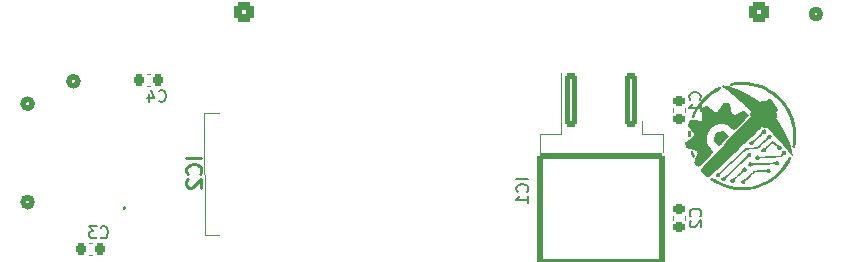
<source format=gbo>
%TF.GenerationSoftware,KiCad,Pcbnew,7.0.7*%
%TF.CreationDate,2023-11-07T21:15:51-05:00*%
%TF.ProjectId,DriveTrain,44726976-6554-4726-9169-6e2e6b696361,rev?*%
%TF.SameCoordinates,Original*%
%TF.FileFunction,Legend,Bot*%
%TF.FilePolarity,Positive*%
%FSLAX46Y46*%
G04 Gerber Fmt 4.6, Leading zero omitted, Abs format (unit mm)*
G04 Created by KiCad (PCBNEW 7.0.7) date 2023-11-07 21:15:51*
%MOMM*%
%LPD*%
G01*
G04 APERTURE LIST*
G04 Aperture macros list*
%AMRoundRect*
0 Rectangle with rounded corners*
0 $1 Rounding radius*
0 $2 $3 $4 $5 $6 $7 $8 $9 X,Y pos of 4 corners*
0 Add a 4 corners polygon primitive as box body*
4,1,4,$2,$3,$4,$5,$6,$7,$8,$9,$2,$3,0*
0 Add four circle primitives for the rounded corners*
1,1,$1+$1,$2,$3*
1,1,$1+$1,$4,$5*
1,1,$1+$1,$6,$7*
1,1,$1+$1,$8,$9*
0 Add four rect primitives between the rounded corners*
20,1,$1+$1,$2,$3,$4,$5,0*
20,1,$1+$1,$4,$5,$6,$7,0*
20,1,$1+$1,$6,$7,$8,$9,0*
20,1,$1+$1,$8,$9,$2,$3,0*%
G04 Aperture macros list end*
%ADD10C,0.150000*%
%ADD11C,0.254000*%
%ADD12C,0.508000*%
%ADD13C,0.120000*%
%ADD14C,0.100000*%
%ADD15C,0.200000*%
%ADD16R,1.400000X1.400000*%
%ADD17C,1.400000*%
%ADD18C,3.000000*%
%ADD19RoundRect,0.326336X-0.528664X-0.528664X0.528664X-0.528664X0.528664X0.528664X-0.528664X0.528664X0*%
%ADD20C,1.710000*%
%ADD21C,1.752600*%
%ADD22R,1.650000X1.650000*%
%ADD23C,1.650000*%
%ADD24C,4.300000*%
%ADD25RoundRect,0.225000X0.250000X-0.225000X0.250000X0.225000X-0.250000X0.225000X-0.250000X-0.225000X0*%
%ADD26RoundRect,0.225000X-0.225000X-0.250000X0.225000X-0.250000X0.225000X0.250000X-0.225000X0.250000X0*%
%ADD27RoundRect,0.250000X-0.300000X2.050000X-0.300000X-2.050000X0.300000X-2.050000X0.300000X2.050000X0*%
%ADD28RoundRect,0.250002X-5.149998X4.449998X-5.149998X-4.449998X5.149998X-4.449998X5.149998X4.449998X0*%
%ADD29R,3.500000X1.600000*%
%ADD30R,9.750000X12.200000*%
G04 APERTURE END LIST*
D10*
X193534580Y-46728333D02*
X193582200Y-46680714D01*
X193582200Y-46680714D02*
X193629819Y-46537857D01*
X193629819Y-46537857D02*
X193629819Y-46442619D01*
X193629819Y-46442619D02*
X193582200Y-46299762D01*
X193582200Y-46299762D02*
X193486961Y-46204524D01*
X193486961Y-46204524D02*
X193391723Y-46156905D01*
X193391723Y-46156905D02*
X193201247Y-46109286D01*
X193201247Y-46109286D02*
X193058390Y-46109286D01*
X193058390Y-46109286D02*
X192867914Y-46156905D01*
X192867914Y-46156905D02*
X192772676Y-46204524D01*
X192772676Y-46204524D02*
X192677438Y-46299762D01*
X192677438Y-46299762D02*
X192629819Y-46442619D01*
X192629819Y-46442619D02*
X192629819Y-46537857D01*
X192629819Y-46537857D02*
X192677438Y-46680714D01*
X192677438Y-46680714D02*
X192725057Y-46728333D01*
X193629819Y-47680714D02*
X193629819Y-47109286D01*
X193629819Y-47395000D02*
X192629819Y-47395000D01*
X192629819Y-47395000D02*
X192772676Y-47299762D01*
X192772676Y-47299762D02*
X192867914Y-47204524D01*
X192867914Y-47204524D02*
X192915533Y-47109286D01*
X147721666Y-46824580D02*
X147769285Y-46872200D01*
X147769285Y-46872200D02*
X147912142Y-46919819D01*
X147912142Y-46919819D02*
X148007380Y-46919819D01*
X148007380Y-46919819D02*
X148150237Y-46872200D01*
X148150237Y-46872200D02*
X148245475Y-46776961D01*
X148245475Y-46776961D02*
X148293094Y-46681723D01*
X148293094Y-46681723D02*
X148340713Y-46491247D01*
X148340713Y-46491247D02*
X148340713Y-46348390D01*
X148340713Y-46348390D02*
X148293094Y-46157914D01*
X148293094Y-46157914D02*
X148245475Y-46062676D01*
X148245475Y-46062676D02*
X148150237Y-45967438D01*
X148150237Y-45967438D02*
X148007380Y-45919819D01*
X148007380Y-45919819D02*
X147912142Y-45919819D01*
X147912142Y-45919819D02*
X147769285Y-45967438D01*
X147769285Y-45967438D02*
X147721666Y-46015057D01*
X146864523Y-46253152D02*
X146864523Y-46919819D01*
X147102618Y-45872200D02*
X147340713Y-46586485D01*
X147340713Y-46586485D02*
X146721666Y-46586485D01*
X193574580Y-56588333D02*
X193622200Y-56540714D01*
X193622200Y-56540714D02*
X193669819Y-56397857D01*
X193669819Y-56397857D02*
X193669819Y-56302619D01*
X193669819Y-56302619D02*
X193622200Y-56159762D01*
X193622200Y-56159762D02*
X193526961Y-56064524D01*
X193526961Y-56064524D02*
X193431723Y-56016905D01*
X193431723Y-56016905D02*
X193241247Y-55969286D01*
X193241247Y-55969286D02*
X193098390Y-55969286D01*
X193098390Y-55969286D02*
X192907914Y-56016905D01*
X192907914Y-56016905D02*
X192812676Y-56064524D01*
X192812676Y-56064524D02*
X192717438Y-56159762D01*
X192717438Y-56159762D02*
X192669819Y-56302619D01*
X192669819Y-56302619D02*
X192669819Y-56397857D01*
X192669819Y-56397857D02*
X192717438Y-56540714D01*
X192717438Y-56540714D02*
X192765057Y-56588333D01*
X192765057Y-56969286D02*
X192717438Y-57016905D01*
X192717438Y-57016905D02*
X192669819Y-57112143D01*
X192669819Y-57112143D02*
X192669819Y-57350238D01*
X192669819Y-57350238D02*
X192717438Y-57445476D01*
X192717438Y-57445476D02*
X192765057Y-57493095D01*
X192765057Y-57493095D02*
X192860295Y-57540714D01*
X192860295Y-57540714D02*
X192955533Y-57540714D01*
X192955533Y-57540714D02*
X193098390Y-57493095D01*
X193098390Y-57493095D02*
X193669819Y-56921667D01*
X193669819Y-56921667D02*
X193669819Y-57540714D01*
X142811666Y-58364580D02*
X142859285Y-58412200D01*
X142859285Y-58412200D02*
X143002142Y-58459819D01*
X143002142Y-58459819D02*
X143097380Y-58459819D01*
X143097380Y-58459819D02*
X143240237Y-58412200D01*
X143240237Y-58412200D02*
X143335475Y-58316961D01*
X143335475Y-58316961D02*
X143383094Y-58221723D01*
X143383094Y-58221723D02*
X143430713Y-58031247D01*
X143430713Y-58031247D02*
X143430713Y-57888390D01*
X143430713Y-57888390D02*
X143383094Y-57697914D01*
X143383094Y-57697914D02*
X143335475Y-57602676D01*
X143335475Y-57602676D02*
X143240237Y-57507438D01*
X143240237Y-57507438D02*
X143097380Y-57459819D01*
X143097380Y-57459819D02*
X143002142Y-57459819D01*
X143002142Y-57459819D02*
X142859285Y-57507438D01*
X142859285Y-57507438D02*
X142811666Y-57555057D01*
X142478332Y-57459819D02*
X141859285Y-57459819D01*
X141859285Y-57459819D02*
X142192618Y-57840771D01*
X142192618Y-57840771D02*
X142049761Y-57840771D01*
X142049761Y-57840771D02*
X141954523Y-57888390D01*
X141954523Y-57888390D02*
X141906904Y-57936009D01*
X141906904Y-57936009D02*
X141859285Y-58031247D01*
X141859285Y-58031247D02*
X141859285Y-58269342D01*
X141859285Y-58269342D02*
X141906904Y-58364580D01*
X141906904Y-58364580D02*
X141954523Y-58412200D01*
X141954523Y-58412200D02*
X142049761Y-58459819D01*
X142049761Y-58459819D02*
X142335475Y-58459819D01*
X142335475Y-58459819D02*
X142430713Y-58412200D01*
X142430713Y-58412200D02*
X142478332Y-58364580D01*
X179019819Y-53468810D02*
X178019819Y-53468810D01*
X178924580Y-54516428D02*
X178972200Y-54468809D01*
X178972200Y-54468809D02*
X179019819Y-54325952D01*
X179019819Y-54325952D02*
X179019819Y-54230714D01*
X179019819Y-54230714D02*
X178972200Y-54087857D01*
X178972200Y-54087857D02*
X178876961Y-53992619D01*
X178876961Y-53992619D02*
X178781723Y-53945000D01*
X178781723Y-53945000D02*
X178591247Y-53897381D01*
X178591247Y-53897381D02*
X178448390Y-53897381D01*
X178448390Y-53897381D02*
X178257914Y-53945000D01*
X178257914Y-53945000D02*
X178162676Y-53992619D01*
X178162676Y-53992619D02*
X178067438Y-54087857D01*
X178067438Y-54087857D02*
X178019819Y-54230714D01*
X178019819Y-54230714D02*
X178019819Y-54325952D01*
X178019819Y-54325952D02*
X178067438Y-54468809D01*
X178067438Y-54468809D02*
X178115057Y-54516428D01*
X179019819Y-55468809D02*
X179019819Y-54897381D01*
X179019819Y-55183095D02*
X178019819Y-55183095D01*
X178019819Y-55183095D02*
X178162676Y-55087857D01*
X178162676Y-55087857D02*
X178257914Y-54992619D01*
X178257914Y-54992619D02*
X178305533Y-54897381D01*
D11*
X151342318Y-51660237D02*
X150072318Y-51660237D01*
X151221365Y-52990714D02*
X151281842Y-52930238D01*
X151281842Y-52930238D02*
X151342318Y-52748809D01*
X151342318Y-52748809D02*
X151342318Y-52627857D01*
X151342318Y-52627857D02*
X151281842Y-52446428D01*
X151281842Y-52446428D02*
X151160889Y-52325476D01*
X151160889Y-52325476D02*
X151039937Y-52264999D01*
X151039937Y-52264999D02*
X150798032Y-52204523D01*
X150798032Y-52204523D02*
X150616603Y-52204523D01*
X150616603Y-52204523D02*
X150374699Y-52264999D01*
X150374699Y-52264999D02*
X150253746Y-52325476D01*
X150253746Y-52325476D02*
X150132794Y-52446428D01*
X150132794Y-52446428D02*
X150072318Y-52627857D01*
X150072318Y-52627857D02*
X150072318Y-52748809D01*
X150072318Y-52748809D02*
X150132794Y-52930238D01*
X150132794Y-52930238D02*
X150193270Y-52990714D01*
X150193270Y-53474523D02*
X150132794Y-53534999D01*
X150132794Y-53534999D02*
X150072318Y-53655952D01*
X150072318Y-53655952D02*
X150072318Y-53958333D01*
X150072318Y-53958333D02*
X150132794Y-54079285D01*
X150132794Y-54079285D02*
X150193270Y-54139761D01*
X150193270Y-54139761D02*
X150314222Y-54200238D01*
X150314222Y-54200238D02*
X150435175Y-54200238D01*
X150435175Y-54200238D02*
X150616603Y-54139761D01*
X150616603Y-54139761D02*
X151342318Y-53414047D01*
X151342318Y-53414047D02*
X151342318Y-54200238D01*
D12*
%TO.C,J7*%
X137007200Y-55400000D02*
G75*
G03*
X137007200Y-55400000I-381000J0D01*
G01*
%TO.C,J6*%
X137007200Y-47070199D02*
G75*
G03*
X137007200Y-47070199I-381000J0D01*
G01*
%TO.C,J4*%
X140881000Y-45173800D02*
G75*
G03*
X140881000Y-45173800I-381000J0D01*
G01*
%TO.C,J5*%
X203751199Y-39473800D02*
G75*
G03*
X203751199Y-39473800I-381000J0D01*
G01*
D13*
%TO.C,C1*%
X191235000Y-47735580D02*
X191235000Y-47454420D01*
X192255000Y-47735580D02*
X192255000Y-47454420D01*
%TO.C,C4*%
X146714420Y-44525000D02*
X146995580Y-44525000D01*
X146714420Y-45545000D02*
X146995580Y-45545000D01*
%TO.C,G\u002A\u002A\u002A*%
G36*
X192915187Y-51063916D02*
G01*
X192963562Y-51095000D01*
X192978865Y-51120020D01*
X193005576Y-51178445D01*
X193036264Y-51255834D01*
X193066989Y-51341133D01*
X193093814Y-51423289D01*
X193112797Y-51491248D01*
X193120000Y-51533956D01*
X193114538Y-51563675D01*
X193088572Y-51608571D01*
X193052200Y-51629648D01*
X192998278Y-51640000D01*
X192982176Y-51639221D01*
X192937814Y-51621989D01*
X192899773Y-51575000D01*
X192876680Y-51530198D01*
X192845624Y-51456283D01*
X192814322Y-51370939D01*
X192786880Y-51286168D01*
X192767405Y-51213974D01*
X192760000Y-51166360D01*
X192768966Y-51126199D01*
X192805372Y-51083903D01*
X192858285Y-51061680D01*
X192915187Y-51063916D01*
G37*
G36*
X192704340Y-49368570D02*
G01*
X192756909Y-49410612D01*
X192770855Y-49430350D01*
X192783739Y-49460314D01*
X192789769Y-49501480D01*
X192790070Y-49563396D01*
X192785768Y-49655612D01*
X192785766Y-49655663D01*
X192776320Y-49768745D01*
X192762645Y-49844395D01*
X192744308Y-49885000D01*
X192743331Y-49886101D01*
X192693335Y-49914958D01*
X192632194Y-49915287D01*
X192576575Y-49886900D01*
X192569675Y-49879998D01*
X192554635Y-49854992D01*
X192545590Y-49815607D01*
X192541169Y-49753317D01*
X192540000Y-49659597D01*
X192540189Y-49614957D01*
X192542654Y-49534864D01*
X192549270Y-49480909D01*
X192561661Y-49443413D01*
X192581452Y-49412697D01*
X192592797Y-49399570D01*
X192647427Y-49364916D01*
X192704340Y-49368570D01*
G37*
G36*
X195299753Y-45655729D02*
G01*
X195331917Y-45690118D01*
X195338366Y-45700689D01*
X195354321Y-45757204D01*
X195334935Y-45810746D01*
X195278720Y-45863612D01*
X195184186Y-45918101D01*
X194957844Y-46038981D01*
X194631528Y-46249098D01*
X194322025Y-46491556D01*
X194032814Y-46762691D01*
X193767376Y-47058840D01*
X193529190Y-47376342D01*
X193321737Y-47711532D01*
X193148496Y-48060749D01*
X193114676Y-48135131D01*
X193076977Y-48211102D01*
X193045493Y-48267249D01*
X193024753Y-48295000D01*
X193012299Y-48303304D01*
X192954954Y-48317013D01*
X192899106Y-48300547D01*
X192856781Y-48259995D01*
X192840000Y-48201445D01*
X192845155Y-48169613D01*
X192866472Y-48101736D01*
X192901384Y-48011518D01*
X192946713Y-47906261D01*
X192999280Y-47793269D01*
X193055907Y-47679843D01*
X193113414Y-47573287D01*
X193123352Y-47555780D01*
X193354941Y-47188762D01*
X193615462Y-46849220D01*
X193905173Y-46536897D01*
X194224334Y-46251539D01*
X194573203Y-45992891D01*
X194952038Y-45760697D01*
X195021773Y-45722880D01*
X195123381Y-45673581D01*
X195200342Y-45646558D01*
X195257513Y-45640908D01*
X195299753Y-45655729D01*
G37*
G36*
X195548968Y-49372636D02*
G01*
X195571827Y-49380977D01*
X195580127Y-49385980D01*
X195622631Y-49419292D01*
X195679815Y-49471387D01*
X195745407Y-49535680D01*
X195813137Y-49605584D01*
X195876733Y-49674514D01*
X195929923Y-49735884D01*
X195966436Y-49783108D01*
X195980000Y-49809602D01*
X195974498Y-49826911D01*
X195955638Y-49856186D01*
X195921254Y-49899258D01*
X195869187Y-49958511D01*
X195797281Y-50036329D01*
X195703377Y-50135094D01*
X195585319Y-50257190D01*
X195440948Y-50405000D01*
X195386905Y-50459160D01*
X195311844Y-50531025D01*
X195247866Y-50588343D01*
X195200442Y-50626280D01*
X195175043Y-50640000D01*
X195168932Y-50638491D01*
X195133651Y-50617436D01*
X195077806Y-50575433D01*
X195007724Y-50517425D01*
X194929730Y-50448352D01*
X194900996Y-50421930D01*
X194817278Y-50341932D01*
X194761221Y-50282153D01*
X194729802Y-50239150D01*
X194720000Y-50209484D01*
X194722077Y-50180885D01*
X194733219Y-50112914D01*
X194751990Y-50025394D01*
X194776108Y-49926706D01*
X194803291Y-49825231D01*
X194831258Y-49729350D01*
X194857727Y-49647446D01*
X194880417Y-49587899D01*
X194897046Y-49559092D01*
X194908058Y-49552391D01*
X194955647Y-49531984D01*
X195030294Y-49504984D01*
X195124251Y-49474117D01*
X195229768Y-49442106D01*
X195315053Y-49417547D01*
X195407791Y-49392275D01*
X195473394Y-49377133D01*
X195518305Y-49370971D01*
X195548968Y-49372636D01*
G37*
G36*
X200150874Y-51931945D02*
G01*
X200221539Y-51978461D01*
X200252689Y-52016487D01*
X200281014Y-52092083D01*
X200270631Y-52169001D01*
X200221539Y-52241538D01*
X200192454Y-52266500D01*
X200118173Y-52298867D01*
X200041695Y-52292219D01*
X199968070Y-52246459D01*
X199910299Y-52192918D01*
X198964001Y-52229919D01*
X198762010Y-52237892D01*
X198575572Y-52245513D01*
X198422631Y-52252204D01*
X198299799Y-52258222D01*
X198203686Y-52263825D01*
X198130904Y-52269268D01*
X198078064Y-52274809D01*
X198041777Y-52280705D01*
X198018655Y-52287211D01*
X198005309Y-52294586D01*
X197998349Y-52303085D01*
X197970207Y-52336155D01*
X197924498Y-52369632D01*
X197892966Y-52383089D01*
X197818979Y-52388775D01*
X197748291Y-52365377D01*
X197690016Y-52319054D01*
X197653266Y-52255960D01*
X197647154Y-52182254D01*
X197651315Y-52162319D01*
X197687363Y-52089892D01*
X197745893Y-52041403D01*
X197817510Y-52020128D01*
X197892818Y-52029342D01*
X197962424Y-52072321D01*
X198017036Y-52124643D01*
X198961417Y-52084992D01*
X199029819Y-52082116D01*
X199237809Y-52073262D01*
X199410315Y-52065628D01*
X199550803Y-52058932D01*
X199662737Y-52052888D01*
X199749584Y-52047212D01*
X199814810Y-52041622D01*
X199861878Y-52035833D01*
X199894256Y-52029561D01*
X199915409Y-52022523D01*
X199928801Y-52014434D01*
X199937900Y-52005011D01*
X199999025Y-51949508D01*
X200074287Y-51922520D01*
X200150874Y-51931945D01*
G37*
G36*
X197372986Y-52464237D02*
G01*
X197446579Y-52495673D01*
X197492958Y-52555251D01*
X197509091Y-52640000D01*
X197504769Y-52686497D01*
X197472721Y-52758685D01*
X197411983Y-52804176D01*
X197325584Y-52820000D01*
X197307542Y-52820254D01*
X197281970Y-52823058D01*
X197255826Y-52831526D01*
X197225025Y-52848760D01*
X197185482Y-52877863D01*
X197133114Y-52921936D01*
X197063837Y-52984082D01*
X196973567Y-53067402D01*
X196858219Y-53175000D01*
X196828510Y-53202803D01*
X196711647Y-53313365D01*
X196621980Y-53400643D01*
X196557139Y-53467148D01*
X196514750Y-53515392D01*
X196492441Y-53547887D01*
X196487839Y-53567146D01*
X196486627Y-53625344D01*
X196459761Y-53691071D01*
X196413973Y-53744555D01*
X196391330Y-53759740D01*
X196318674Y-53781537D01*
X196245830Y-53771634D01*
X196182180Y-53734698D01*
X196137109Y-53675394D01*
X196120000Y-53598388D01*
X196124006Y-53552998D01*
X196155828Y-53478132D01*
X196216939Y-53429331D01*
X196304379Y-53409625D01*
X196318806Y-53408880D01*
X196346023Y-53405435D01*
X196373128Y-53396802D01*
X196404301Y-53379809D01*
X196443726Y-53351287D01*
X196495584Y-53308065D01*
X196564057Y-53246974D01*
X196653327Y-53164843D01*
X196767575Y-53058503D01*
X196813124Y-53015999D01*
X196917176Y-52918441D01*
X196996452Y-52842786D01*
X197054314Y-52785209D01*
X197094121Y-52741887D01*
X197119233Y-52708996D01*
X197133011Y-52682712D01*
X197138813Y-52659212D01*
X197140000Y-52634672D01*
X197144347Y-52589802D01*
X197176788Y-52519675D01*
X197238262Y-52475415D01*
X197325605Y-52460000D01*
X197372986Y-52464237D01*
G37*
G36*
X199020243Y-49246855D02*
G01*
X199093885Y-49288268D01*
X199126546Y-49321877D01*
X199145319Y-49365203D01*
X199150000Y-49430000D01*
X199142090Y-49494408D01*
X199105750Y-49564615D01*
X199043458Y-49606826D01*
X198959113Y-49617218D01*
X198947108Y-49616559D01*
X198923852Y-49617846D01*
X198899285Y-49625217D01*
X198869433Y-49641718D01*
X198830320Y-49670396D01*
X198777973Y-49714298D01*
X198708417Y-49776471D01*
X198617678Y-49859961D01*
X198501782Y-49967816D01*
X198386739Y-50075469D01*
X198296186Y-50161405D01*
X198228611Y-50227609D01*
X198180718Y-50277731D01*
X198149207Y-50315421D01*
X198130783Y-50344329D01*
X198122147Y-50368105D01*
X198120000Y-50390400D01*
X198110799Y-50443947D01*
X198068223Y-50518465D01*
X198036420Y-50551529D01*
X197992703Y-50574377D01*
X197930000Y-50580000D01*
X197881167Y-50577165D01*
X197834400Y-50559731D01*
X197791778Y-50518465D01*
X197772556Y-50492406D01*
X197742725Y-50415951D01*
X197747311Y-50342755D01*
X197782668Y-50280610D01*
X197845152Y-50237306D01*
X197931117Y-50220636D01*
X197940524Y-50220451D01*
X197965880Y-50217769D01*
X197991981Y-50209455D01*
X198022880Y-50192395D01*
X198062627Y-50163472D01*
X198115273Y-50119570D01*
X198184870Y-50057575D01*
X198275467Y-49974369D01*
X198391117Y-49866839D01*
X198447580Y-49814171D01*
X198550496Y-49717656D01*
X198629049Y-49642587D01*
X198686676Y-49585063D01*
X198726814Y-49541181D01*
X198752901Y-49507041D01*
X198768374Y-49478740D01*
X198776671Y-49452377D01*
X198781229Y-49424050D01*
X198785493Y-49399461D01*
X198819279Y-49320489D01*
X198874975Y-49266424D01*
X198944618Y-49240727D01*
X199020243Y-49246855D01*
G37*
G36*
X200752370Y-51052393D02*
G01*
X200810665Y-51098594D01*
X200847043Y-51162830D01*
X200852661Y-51238893D01*
X200848773Y-51257605D01*
X200811105Y-51331925D01*
X200747091Y-51381784D01*
X200665093Y-51400000D01*
X200639237Y-51401263D01*
X200598160Y-51412988D01*
X200556016Y-51442733D01*
X200501209Y-51497392D01*
X200489911Y-51509733D01*
X200470447Y-51531547D01*
X200452370Y-51549842D01*
X200432236Y-51565088D01*
X200406601Y-51577756D01*
X200372021Y-51588318D01*
X200325052Y-51597245D01*
X200262249Y-51605009D01*
X200180168Y-51612080D01*
X200075365Y-51618931D01*
X199944396Y-51626032D01*
X199783816Y-51633855D01*
X199590182Y-51642871D01*
X199360050Y-51653551D01*
X199342505Y-51654372D01*
X199152388Y-51663372D01*
X198997936Y-51671037D01*
X198875179Y-51677757D01*
X198780149Y-51683922D01*
X198708879Y-51689919D01*
X198657402Y-51696138D01*
X198621747Y-51702968D01*
X198597949Y-51710799D01*
X198582040Y-51720018D01*
X198570050Y-51731017D01*
X198534527Y-51763910D01*
X198490000Y-51796097D01*
X198459604Y-51810189D01*
X198394504Y-51816496D01*
X198319600Y-51789792D01*
X198296329Y-51775903D01*
X198240863Y-51717307D01*
X198218565Y-51645640D01*
X198230681Y-51569744D01*
X198278462Y-51498461D01*
X198306904Y-51474039D01*
X198381973Y-51441404D01*
X198460995Y-51447564D01*
X198539469Y-51492621D01*
X198602006Y-51545243D01*
X199466003Y-51501629D01*
X200330000Y-51458016D01*
X200405000Y-51384949D01*
X200449766Y-51335995D01*
X200473779Y-51289614D01*
X200480000Y-51234626D01*
X200488780Y-51154147D01*
X200520923Y-51093580D01*
X200582053Y-51048938D01*
X200605404Y-51038926D01*
X200681002Y-51030434D01*
X200752370Y-51052393D01*
G37*
G36*
X199741430Y-50203179D02*
G01*
X199776673Y-50227806D01*
X199832386Y-50272827D01*
X199902790Y-50333479D01*
X199982108Y-50405000D01*
X200073404Y-50487005D01*
X200155724Y-50555137D01*
X200213380Y-50594733D01*
X200247368Y-50606550D01*
X200260165Y-50605824D01*
X200345238Y-50618310D01*
X200412534Y-50656784D01*
X200457933Y-50713796D01*
X200477314Y-50781894D01*
X200466556Y-50853625D01*
X200421539Y-50921538D01*
X200371514Y-50958545D01*
X200297396Y-50979436D01*
X200224325Y-50969669D01*
X200161163Y-50932809D01*
X200116768Y-50872426D01*
X200100000Y-50792084D01*
X200099987Y-50789931D01*
X200095535Y-50758552D01*
X200079933Y-50725171D01*
X200048546Y-50683584D01*
X199996742Y-50627591D01*
X199919887Y-50550988D01*
X199739774Y-50374738D01*
X199644887Y-50462371D01*
X199639107Y-50467709D01*
X199502260Y-50594037D01*
X199391760Y-50696210D01*
X199304802Y-50777235D01*
X199238579Y-50840116D01*
X199190288Y-50887859D01*
X199157123Y-50923469D01*
X199136278Y-50949953D01*
X199124949Y-50970314D01*
X199120330Y-50987560D01*
X199119615Y-51004696D01*
X199120000Y-51024726D01*
X199109954Y-51091799D01*
X199070910Y-51150909D01*
X199034809Y-51178074D01*
X198959554Y-51200655D01*
X198879232Y-51192024D01*
X198806570Y-51152122D01*
X198785783Y-51132394D01*
X198758189Y-51086307D01*
X198750910Y-51022122D01*
X198755527Y-50973958D01*
X198788631Y-50901047D01*
X198851920Y-50853374D01*
X198943375Y-50832924D01*
X198972103Y-50830301D01*
X199000261Y-50823675D01*
X199030509Y-50809790D01*
X199067352Y-50785284D01*
X199115291Y-50746793D01*
X199178830Y-50690956D01*
X199262471Y-50614409D01*
X199370718Y-50513789D01*
X199424792Y-50463693D01*
X199517793Y-50379055D01*
X199599615Y-50306507D01*
X199665798Y-50249909D01*
X199711881Y-50213120D01*
X199733403Y-50200000D01*
X199741430Y-50203179D01*
G37*
G36*
X201221544Y-51599239D02*
G01*
X201263362Y-51638753D01*
X201280000Y-51694922D01*
X201276514Y-51720344D01*
X201252898Y-51789037D01*
X201209670Y-51881467D01*
X201149989Y-51992501D01*
X201077012Y-52117011D01*
X200993896Y-52249863D01*
X200903801Y-52385928D01*
X200809883Y-52520074D01*
X200715301Y-52647171D01*
X200623212Y-52762087D01*
X200523890Y-52876333D01*
X200235114Y-53167695D01*
X199919171Y-53432454D01*
X199579579Y-53668725D01*
X199219855Y-53874619D01*
X198843518Y-54048251D01*
X198454084Y-54187734D01*
X198055073Y-54291182D01*
X197650000Y-54356707D01*
X197633792Y-54358438D01*
X197514572Y-54367324D01*
X197368471Y-54373306D01*
X197206617Y-54376361D01*
X197040136Y-54376465D01*
X196880156Y-54373596D01*
X196737806Y-54367730D01*
X196624212Y-54358844D01*
X196621521Y-54358550D01*
X196216954Y-54295101D01*
X195815677Y-54194732D01*
X195425390Y-54059731D01*
X195053795Y-53892385D01*
X194955885Y-53840566D01*
X194848773Y-53780150D01*
X194742625Y-53717103D01*
X194644308Y-53655716D01*
X194560688Y-53600279D01*
X194498630Y-53555084D01*
X194465000Y-53524420D01*
X194457497Y-53513535D01*
X194441870Y-53455829D01*
X194456846Y-53399575D01*
X194496504Y-53356917D01*
X194554923Y-53340000D01*
X194587913Y-53349271D01*
X194647155Y-53376477D01*
X194722995Y-53417297D01*
X194806824Y-53467377D01*
X195074924Y-53622845D01*
X195447677Y-53800301D01*
X195831127Y-53940685D01*
X196222825Y-54043856D01*
X196620322Y-54109669D01*
X197021171Y-54137982D01*
X197422923Y-54128651D01*
X197823130Y-54081533D01*
X198219345Y-53996486D01*
X198609117Y-53873365D01*
X198990000Y-53712028D01*
X199227823Y-53590949D01*
X199471428Y-53448073D01*
X199696576Y-53292428D01*
X199914703Y-53116029D01*
X200137244Y-52910890D01*
X200162059Y-52886628D01*
X200400189Y-52636516D01*
X200605721Y-52385282D01*
X200784733Y-52124909D01*
X200943301Y-51847377D01*
X200978577Y-51780887D01*
X201020626Y-51704878D01*
X201054858Y-51646589D01*
X201076139Y-51615000D01*
X201110948Y-51589220D01*
X201166691Y-51581141D01*
X201221544Y-51599239D01*
G37*
G36*
X199404380Y-52568842D02*
G01*
X199473284Y-52608107D01*
X199521711Y-52670222D01*
X199540000Y-52745764D01*
X199539986Y-52748352D01*
X199522559Y-52828485D01*
X199478040Y-52887963D01*
X199414978Y-52923882D01*
X199341918Y-52933339D01*
X199267410Y-52913430D01*
X199200000Y-52861251D01*
X199192263Y-52853658D01*
X199176772Y-52844922D01*
X199151990Y-52839185D01*
X199112810Y-52836349D01*
X199054127Y-52836321D01*
X198970835Y-52839004D01*
X198857828Y-52844305D01*
X198710000Y-52852128D01*
X198637855Y-52856037D01*
X198510632Y-52862914D01*
X198398976Y-52868930D01*
X198308981Y-52873757D01*
X198246740Y-52877068D01*
X198218347Y-52878535D01*
X198218252Y-52878541D01*
X198195441Y-52892372D01*
X198147760Y-52930091D01*
X198079343Y-52988120D01*
X197994322Y-53062885D01*
X197896830Y-53150810D01*
X197790999Y-53248318D01*
X197695362Y-53337437D01*
X197598360Y-53428491D01*
X197524801Y-53499058D01*
X197471389Y-53552870D01*
X197434829Y-53593661D01*
X197411826Y-53625166D01*
X197399083Y-53651118D01*
X197393307Y-53675251D01*
X197391200Y-53701299D01*
X197389520Y-53723643D01*
X197372657Y-53785253D01*
X197332432Y-53832981D01*
X197262249Y-53873521D01*
X197191554Y-53881032D01*
X197126618Y-53860880D01*
X197072934Y-53819096D01*
X197035995Y-53761717D01*
X197021295Y-53694775D01*
X197034326Y-53624305D01*
X197080582Y-53556341D01*
X197118098Y-53522949D01*
X197160777Y-53503930D01*
X197215582Y-53504571D01*
X197238095Y-53506317D01*
X197259876Y-53503902D01*
X197284584Y-53494418D01*
X197315971Y-53474965D01*
X197357785Y-53442643D01*
X197413777Y-53394554D01*
X197487695Y-53327798D01*
X197583289Y-53239477D01*
X197704309Y-53126691D01*
X197724037Y-53108283D01*
X197829500Y-53010053D01*
X197924447Y-52921907D01*
X198005140Y-52847294D01*
X198067840Y-52789664D01*
X198108809Y-52752465D01*
X198124309Y-52739147D01*
X198141165Y-52738106D01*
X198193125Y-52735172D01*
X198274899Y-52730652D01*
X198381147Y-52724838D01*
X198506530Y-52718025D01*
X198645708Y-52710505D01*
X199161416Y-52682715D01*
X199218732Y-52621357D01*
X199235059Y-52604842D01*
X199287365Y-52569708D01*
X199349563Y-52560000D01*
X199404380Y-52568842D01*
G37*
G36*
X197773771Y-51204823D02*
G01*
X197839046Y-51237109D01*
X197889793Y-51299599D01*
X197900956Y-51322905D01*
X197917720Y-51390092D01*
X197901553Y-51449924D01*
X197850392Y-51513608D01*
X197803215Y-51555518D01*
X197760704Y-51575329D01*
X197710480Y-51576608D01*
X197702857Y-51576084D01*
X197687651Y-51576961D01*
X197670170Y-51581986D01*
X197648185Y-51593106D01*
X197619465Y-51612269D01*
X197581781Y-51641422D01*
X197532905Y-51682514D01*
X197470606Y-51737491D01*
X197392655Y-51808302D01*
X197296823Y-51896893D01*
X197180880Y-52005214D01*
X197042596Y-52135211D01*
X196879742Y-52288833D01*
X196690089Y-52468026D01*
X196603680Y-52549725D01*
X196424601Y-52719286D01*
X196271787Y-52864456D01*
X196143198Y-52987297D01*
X196036794Y-53089868D01*
X195950534Y-53174231D01*
X195882376Y-53242446D01*
X195830280Y-53296574D01*
X195792204Y-53338675D01*
X195766109Y-53370810D01*
X195749952Y-53395040D01*
X195741693Y-53413425D01*
X195739292Y-53428026D01*
X195733484Y-53477728D01*
X195698706Y-53556735D01*
X195637799Y-53612089D01*
X195620530Y-53620719D01*
X195540952Y-53636627D01*
X195464704Y-53613641D01*
X195395445Y-53552659D01*
X195374808Y-53520067D01*
X195359535Y-53449704D01*
X195374979Y-53379793D01*
X195416315Y-53319056D01*
X195478717Y-53276218D01*
X195557359Y-53260000D01*
X195569078Y-53259732D01*
X195585873Y-53257476D01*
X195604701Y-53251245D01*
X195627810Y-53239077D01*
X195657449Y-53219007D01*
X195695864Y-53189072D01*
X195745303Y-53147306D01*
X195808016Y-53091747D01*
X195886249Y-53020430D01*
X195982250Y-52931392D01*
X196098268Y-52822668D01*
X196236549Y-52692294D01*
X196399343Y-52538306D01*
X196588897Y-52358741D01*
X196680300Y-52272117D01*
X196857173Y-52104344D01*
X197007996Y-51960934D01*
X197134841Y-51839764D01*
X197239777Y-51738715D01*
X197324875Y-51655667D01*
X197392206Y-51588498D01*
X197443842Y-51535088D01*
X197481852Y-51493318D01*
X197508307Y-51461066D01*
X197525279Y-51436212D01*
X197534838Y-51416636D01*
X197539055Y-51400218D01*
X197540000Y-51384836D01*
X197546401Y-51334113D01*
X197580285Y-51267387D01*
X197635441Y-51222143D01*
X197702920Y-51200562D01*
X197773771Y-51204823D01*
G37*
G36*
X197292027Y-45222687D02*
G01*
X197445614Y-45227831D01*
X197582151Y-45238138D01*
X197986642Y-45298000D01*
X198393036Y-45395901D01*
X198784484Y-45528586D01*
X199159209Y-45694327D01*
X199515434Y-45891402D01*
X199851383Y-46118085D01*
X200165279Y-46372652D01*
X200455346Y-46653378D01*
X200719807Y-46958537D01*
X200956885Y-47286406D01*
X201164804Y-47635259D01*
X201341788Y-48003372D01*
X201486058Y-48389021D01*
X201595840Y-48790479D01*
X201669357Y-49206024D01*
X201680028Y-49300903D01*
X201692115Y-49462171D01*
X201698696Y-49633384D01*
X201700100Y-49809553D01*
X201696656Y-49985689D01*
X201688692Y-50156805D01*
X201676538Y-50317913D01*
X201660521Y-50464023D01*
X201640971Y-50590148D01*
X201618217Y-50691300D01*
X201592586Y-50762490D01*
X201564408Y-50798729D01*
X201530815Y-50813276D01*
X201465205Y-50814317D01*
X201409406Y-50779343D01*
X201407130Y-50776813D01*
X201393276Y-50758844D01*
X201385182Y-50737561D01*
X201382892Y-50705716D01*
X201386453Y-50656063D01*
X201395909Y-50581354D01*
X201411306Y-50474343D01*
X201420268Y-50405914D01*
X201436046Y-50234601D01*
X201446288Y-50043542D01*
X201450977Y-49842628D01*
X201450093Y-49641750D01*
X201443618Y-49450798D01*
X201431534Y-49279665D01*
X201413821Y-49138239D01*
X201372495Y-48922347D01*
X201265404Y-48518172D01*
X201122583Y-48127687D01*
X200945439Y-47754055D01*
X200735378Y-47400439D01*
X200493807Y-47070000D01*
X200475383Y-47047568D01*
X200374500Y-46933072D01*
X200253096Y-46805604D01*
X200120278Y-46674001D01*
X199985153Y-46547101D01*
X199856827Y-46433741D01*
X199744407Y-46342758D01*
X199440798Y-46133113D01*
X199085143Y-45932578D01*
X198711646Y-45765739D01*
X198323981Y-45633828D01*
X197925828Y-45538079D01*
X197520861Y-45479725D01*
X197112759Y-45460000D01*
X197093940Y-45460091D01*
X196966452Y-45464172D01*
X196820729Y-45473486D01*
X196668418Y-45486895D01*
X196521165Y-45503267D01*
X196390617Y-45521465D01*
X196288421Y-45540354D01*
X196232054Y-45550465D01*
X196186311Y-45548453D01*
X196147481Y-45530188D01*
X196113868Y-45493284D01*
X196097987Y-45435307D01*
X196108300Y-45376474D01*
X196145000Y-45332159D01*
X196168997Y-45320261D01*
X196243139Y-45298238D01*
X196348198Y-45278237D01*
X196478177Y-45260652D01*
X196627082Y-45245875D01*
X196788915Y-45234297D01*
X196957681Y-45226312D01*
X197127383Y-45222311D01*
X197292027Y-45222687D01*
G37*
G36*
X199513386Y-49690125D02*
G01*
X199572872Y-49728728D01*
X199612053Y-49788069D01*
X199623503Y-49855871D01*
X199609219Y-49923550D01*
X199571201Y-49982521D01*
X199511445Y-50024199D01*
X199431951Y-50040000D01*
X199416555Y-50040336D01*
X199397443Y-50042845D01*
X199376436Y-50049635D01*
X199351053Y-50062803D01*
X199318813Y-50084447D01*
X199277237Y-50116667D01*
X199223845Y-50161561D01*
X199156157Y-50221227D01*
X199071692Y-50297762D01*
X198967970Y-50393267D01*
X198842511Y-50509839D01*
X198692835Y-50649576D01*
X198516462Y-50814577D01*
X198513035Y-50817738D01*
X198494173Y-50832735D01*
X198470704Y-50845234D01*
X198437604Y-50856177D01*
X198389845Y-50866508D01*
X198322401Y-50877170D01*
X198230248Y-50889107D01*
X198108357Y-50903262D01*
X197951704Y-50920578D01*
X197440485Y-50976474D01*
X197342717Y-51063237D01*
X197329008Y-51075669D01*
X197283131Y-51118153D01*
X197212346Y-51184283D01*
X197119303Y-51271562D01*
X197006654Y-51377494D01*
X196877049Y-51499583D01*
X196733140Y-51635333D01*
X196577577Y-51782247D01*
X196413011Y-51937830D01*
X196242094Y-52099585D01*
X196154430Y-52182674D01*
X195942268Y-52384558D01*
X195757932Y-52561214D01*
X195601670Y-52712396D01*
X195473730Y-52837861D01*
X195374361Y-52937362D01*
X195303811Y-53010655D01*
X195262329Y-53057495D01*
X195250164Y-53077637D01*
X195253297Y-53111770D01*
X195239144Y-53170436D01*
X195210452Y-53228880D01*
X195174020Y-53269937D01*
X195157697Y-53280165D01*
X195082843Y-53302437D01*
X195008228Y-53292541D01*
X194943270Y-53255331D01*
X194897388Y-53195661D01*
X194880000Y-53118388D01*
X194884022Y-53072894D01*
X194915867Y-52998066D01*
X194977008Y-52949308D01*
X195064512Y-52929619D01*
X195155417Y-52925832D01*
X196240134Y-51897916D01*
X196243294Y-51894922D01*
X196418618Y-51728933D01*
X196585912Y-51570835D01*
X196742846Y-51422812D01*
X196887090Y-51287049D01*
X197016314Y-51165730D01*
X197128187Y-51061038D01*
X197220381Y-50975159D01*
X197290565Y-50910277D01*
X197336408Y-50868576D01*
X197355581Y-50852240D01*
X197375495Y-50846847D01*
X197431450Y-50837215D01*
X197516802Y-50824962D01*
X197625831Y-50810856D01*
X197752816Y-50795667D01*
X197892036Y-50780163D01*
X198397761Y-50725845D01*
X198808829Y-50341096D01*
X198823807Y-50327071D01*
X198929827Y-50227458D01*
X199025842Y-50136670D01*
X199107999Y-50058393D01*
X199172443Y-49996315D01*
X199215321Y-49954122D01*
X199232780Y-49935502D01*
X199233450Y-49934337D01*
X199243376Y-49899342D01*
X199249778Y-49846868D01*
X199256374Y-49806585D01*
X199293085Y-49736866D01*
X199353810Y-49690856D01*
X199430069Y-49673595D01*
X199513386Y-49690125D01*
G37*
G36*
X195642152Y-45534235D02*
G01*
X195749229Y-45556176D01*
X195890193Y-45589710D01*
X195975115Y-45611323D01*
X196328865Y-45714627D01*
X196687709Y-45839247D01*
X197036715Y-45979694D01*
X197360949Y-46130476D01*
X197530066Y-46219381D01*
X197737660Y-46336976D01*
X197951718Y-46465963D01*
X198161411Y-46599607D01*
X198355909Y-46731174D01*
X198524382Y-46853929D01*
X198638764Y-46941386D01*
X198716579Y-46889890D01*
X198746586Y-46871244D01*
X198842009Y-46831678D01*
X198933819Y-46828287D01*
X199030550Y-46860266D01*
X199123676Y-46905347D01*
X199267309Y-46762673D01*
X199346409Y-46688069D01*
X199406749Y-46642420D01*
X199454361Y-46623308D01*
X199495281Y-46628309D01*
X199535548Y-46655000D01*
X199553331Y-46674391D01*
X199593376Y-46722956D01*
X199650541Y-46794853D01*
X199721127Y-46885373D01*
X199801434Y-46989804D01*
X199887763Y-47103437D01*
X199934185Y-47165165D01*
X200033002Y-47299014D01*
X200107821Y-47404603D01*
X200159812Y-47483681D01*
X200190149Y-47537996D01*
X200200001Y-47569294D01*
X200198505Y-47583275D01*
X200170736Y-47642921D01*
X200108458Y-47719580D01*
X200016915Y-47817446D01*
X200063458Y-47880398D01*
X200097009Y-47945101D01*
X200112894Y-48040899D01*
X200098541Y-48138932D01*
X200054298Y-48226144D01*
X199998595Y-48299174D01*
X200180586Y-48552993D01*
X200339882Y-48784333D01*
X200616372Y-49236881D01*
X200859370Y-49706491D01*
X201067276Y-50189630D01*
X201238489Y-50682765D01*
X201371410Y-51182363D01*
X201376693Y-51205977D01*
X201396703Y-51302729D01*
X201406525Y-51368504D01*
X201406829Y-51409537D01*
X201398287Y-51432065D01*
X201389044Y-51442138D01*
X201360004Y-51458672D01*
X201326331Y-51451995D01*
X201284034Y-51419337D01*
X201229123Y-51357929D01*
X201157607Y-51265000D01*
X201015489Y-51077515D01*
X200810070Y-50818402D01*
X200579550Y-50539072D01*
X200326796Y-50242874D01*
X200054677Y-49933156D01*
X199766060Y-49613269D01*
X199463811Y-49286561D01*
X199235832Y-49043123D01*
X199172916Y-49081486D01*
X199095665Y-49111379D01*
X199006067Y-49120748D01*
X198919807Y-49109704D01*
X198852506Y-49078397D01*
X198848366Y-49075201D01*
X198808311Y-49050077D01*
X198782402Y-49043397D01*
X198780581Y-49044809D01*
X198756253Y-49067015D01*
X198705118Y-49114962D01*
X198628761Y-49187136D01*
X198528767Y-49282025D01*
X198406721Y-49398115D01*
X198264209Y-49533894D01*
X198102817Y-49687848D01*
X197924129Y-49858465D01*
X197729732Y-50044232D01*
X197521211Y-50243635D01*
X197300151Y-50455163D01*
X197068138Y-50677301D01*
X196826757Y-50908537D01*
X196577594Y-51147359D01*
X196509463Y-51212665D01*
X196261422Y-51450168D01*
X196021094Y-51679894D01*
X195790103Y-51900311D01*
X195570075Y-52109882D01*
X195362631Y-52307073D01*
X195169398Y-52490349D01*
X194991999Y-52658174D01*
X194832059Y-52809015D01*
X194691201Y-52941335D01*
X194571050Y-53053600D01*
X194473230Y-53144275D01*
X194399366Y-53211826D01*
X194351081Y-53254716D01*
X194330000Y-53271412D01*
X194306986Y-53281103D01*
X194270247Y-53290364D01*
X194229572Y-53287063D01*
X194167948Y-53271174D01*
X194148639Y-53259511D01*
X194103502Y-53222586D01*
X194040523Y-53165596D01*
X193965179Y-53093533D01*
X193882948Y-53011390D01*
X193821203Y-52948196D01*
X193749523Y-52873358D01*
X193699692Y-52818011D01*
X193667803Y-52776917D01*
X193649948Y-52744841D01*
X193642219Y-52716548D01*
X193640709Y-52686802D01*
X193640916Y-52678552D01*
X193649236Y-52616147D01*
X193665709Y-52568104D01*
X193667857Y-52565281D01*
X193692429Y-52537778D01*
X193742708Y-52483517D01*
X193817167Y-52404103D01*
X193914278Y-52301143D01*
X194032514Y-52176241D01*
X194170348Y-52031003D01*
X194326252Y-51867034D01*
X194498699Y-51685941D01*
X194686162Y-51489327D01*
X194887112Y-51278800D01*
X195100024Y-51055964D01*
X195323369Y-50822424D01*
X195555620Y-50579787D01*
X195795249Y-50329658D01*
X197900498Y-48133108D01*
X197857376Y-48087206D01*
X197820736Y-48025453D01*
X197802934Y-47940322D01*
X197808224Y-47850105D01*
X197837536Y-47769686D01*
X197847780Y-47752115D01*
X197870809Y-47710631D01*
X197880000Y-47690720D01*
X197866523Y-47676501D01*
X197827291Y-47638864D01*
X197766228Y-47581466D01*
X197687266Y-47507922D01*
X197594337Y-47421848D01*
X197491374Y-47326861D01*
X197382310Y-47226575D01*
X197271076Y-47124606D01*
X197161605Y-47024571D01*
X197057830Y-46930084D01*
X196963683Y-46844762D01*
X196883095Y-46772221D01*
X196820000Y-46716076D01*
X196814578Y-46711299D01*
X196669508Y-46585386D01*
X196508127Y-46448359D01*
X196338114Y-46306524D01*
X196167148Y-46166187D01*
X196002909Y-46033654D01*
X195853077Y-45915231D01*
X195725330Y-45817223D01*
X195661026Y-45768424D01*
X195581046Y-45706083D01*
X195517340Y-45654448D01*
X195475221Y-45617856D01*
X195460000Y-45600643D01*
X195464104Y-45564655D01*
X195479938Y-45539097D01*
X195511936Y-45525583D01*
X195564531Y-45524000D01*
X195642152Y-45534235D01*
G37*
G36*
X195693104Y-46979287D02*
G01*
X195789098Y-46991758D01*
X195843982Y-46999737D01*
X195925658Y-47012477D01*
X195988437Y-47023347D01*
X196021947Y-47030617D01*
X196022023Y-47030641D01*
X196037269Y-47037609D01*
X196051251Y-47051110D01*
X196065632Y-47075730D01*
X196082078Y-47116054D01*
X196102251Y-47176666D01*
X196127816Y-47262152D01*
X196160438Y-47377097D01*
X196201779Y-47526085D01*
X196305615Y-47902171D01*
X196397808Y-47948509D01*
X196490000Y-47994847D01*
X196890000Y-47827037D01*
X197025570Y-47771418D01*
X197141684Y-47726309D01*
X197233906Y-47693315D01*
X197298068Y-47673927D01*
X197330000Y-47669635D01*
X197350252Y-47680366D01*
X197396527Y-47714934D01*
X197457386Y-47766715D01*
X197525000Y-47829297D01*
X197544854Y-47848530D01*
X197611120Y-47915808D01*
X197652560Y-47965335D01*
X197673934Y-48003476D01*
X197680001Y-48036597D01*
X197679814Y-48040484D01*
X197674340Y-48060049D01*
X197659534Y-48086754D01*
X197633047Y-48123262D01*
X197592530Y-48172237D01*
X197535636Y-48236341D01*
X197460014Y-48318239D01*
X197363317Y-48420592D01*
X197243195Y-48546066D01*
X197097301Y-48697321D01*
X197034051Y-48762558D01*
X196912141Y-48887243D01*
X196799488Y-49001095D01*
X196699156Y-49101100D01*
X196614208Y-49184243D01*
X196547707Y-49247512D01*
X196502717Y-49287892D01*
X196482301Y-49302369D01*
X196457254Y-49303141D01*
X196419862Y-49296919D01*
X196380707Y-49276958D01*
X196331101Y-49238260D01*
X196262355Y-49175825D01*
X196211936Y-49130323D01*
X196020589Y-48986269D01*
X195822736Y-48880971D01*
X195619329Y-48814670D01*
X195411320Y-48787607D01*
X195199661Y-48800024D01*
X194985304Y-48852160D01*
X194845390Y-48909465D01*
X194665064Y-49016470D01*
X194503776Y-49151263D01*
X194368021Y-49308177D01*
X194264292Y-49481543D01*
X194263893Y-49482382D01*
X194200842Y-49628731D01*
X194160427Y-49760260D01*
X194139056Y-49892254D01*
X194133141Y-50040000D01*
X194141967Y-50190929D01*
X194182220Y-50386530D01*
X194256746Y-50570924D01*
X194367439Y-50748479D01*
X194516193Y-50923563D01*
X194561984Y-50971819D01*
X194620774Y-51037464D01*
X194656718Y-51084948D01*
X194673915Y-51120026D01*
X194676468Y-51148450D01*
X194666604Y-51169449D01*
X194633656Y-51214219D01*
X194576741Y-51281726D01*
X194494925Y-51373007D01*
X194387274Y-51489102D01*
X194252855Y-51631049D01*
X194090733Y-51799886D01*
X193983912Y-51910409D01*
X193858055Y-52040004D01*
X193755113Y-52144924D01*
X193672404Y-52227688D01*
X193607243Y-52290809D01*
X193556947Y-52336805D01*
X193518832Y-52368190D01*
X193490213Y-52387482D01*
X193468408Y-52397195D01*
X193450733Y-52399846D01*
X193434579Y-52398575D01*
X193400131Y-52386822D01*
X193357932Y-52358985D01*
X193301661Y-52310502D01*
X193225000Y-52236806D01*
X193164254Y-52175314D01*
X193110059Y-52117211D01*
X193073273Y-52073956D01*
X193059633Y-52051960D01*
X193060624Y-52046686D01*
X193072270Y-52009442D01*
X193095379Y-51942815D01*
X193127890Y-51852559D01*
X193167739Y-51744434D01*
X193212865Y-51624197D01*
X193366464Y-51218394D01*
X193320104Y-51134197D01*
X193304699Y-51106351D01*
X193280599Y-51063440D01*
X193269030Y-51043824D01*
X193265875Y-51042514D01*
X193232934Y-51033325D01*
X193168870Y-51017013D01*
X193079406Y-50994990D01*
X192970262Y-50968674D01*
X192847159Y-50939478D01*
X192784847Y-50924688D01*
X192646359Y-50890481D01*
X192542110Y-50862267D01*
X192468442Y-50838928D01*
X192421697Y-50819348D01*
X192398218Y-50802411D01*
X192386501Y-50779436D01*
X192367942Y-50721290D01*
X192348639Y-50641183D01*
X192331275Y-50549256D01*
X192322791Y-50497157D01*
X192311059Y-50419341D01*
X192306162Y-50368729D01*
X192308157Y-50337195D01*
X192317103Y-50316611D01*
X192333058Y-50298851D01*
X192335479Y-50296634D01*
X192368128Y-50271632D01*
X192427645Y-50229476D01*
X192508290Y-50174115D01*
X192604322Y-50109496D01*
X192710000Y-50039569D01*
X193050000Y-49816433D01*
X193065107Y-49716336D01*
X193080213Y-49616239D01*
X192845107Y-49346385D01*
X192776478Y-49267393D01*
X192681556Y-49156968D01*
X192609511Y-49071172D01*
X192557853Y-49006861D01*
X192524089Y-48960897D01*
X192505731Y-48930135D01*
X192500288Y-48911437D01*
X192506571Y-48891092D01*
X192527286Y-48840991D01*
X192559018Y-48770236D01*
X192598196Y-48687011D01*
X192610933Y-48660840D01*
X192664098Y-48560325D01*
X192706147Y-48497209D01*
X192737539Y-48470781D01*
X192743242Y-48469645D01*
X192785849Y-48467381D01*
X192859825Y-48467332D01*
X192958594Y-48469379D01*
X193075579Y-48473402D01*
X193204205Y-48479280D01*
X193629147Y-48501022D01*
X193693823Y-48425511D01*
X193713653Y-48400002D01*
X193746101Y-48344595D01*
X193759250Y-48300231D01*
X193759256Y-48299661D01*
X193757732Y-48263402D01*
X193753255Y-48194696D01*
X193746347Y-48100701D01*
X193737536Y-47988576D01*
X193727346Y-47865478D01*
X193718591Y-47758726D01*
X193710439Y-47644585D01*
X193706519Y-47561661D01*
X193706735Y-47505033D01*
X193710989Y-47469780D01*
X193719186Y-47450981D01*
X193728791Y-47442077D01*
X193770719Y-47413147D01*
X193834077Y-47374955D01*
X193909594Y-47332500D01*
X193987994Y-47290778D01*
X194060005Y-47254789D01*
X194116352Y-47229530D01*
X194147762Y-47220000D01*
X194153928Y-47221991D01*
X194188956Y-47243097D01*
X194248072Y-47284339D01*
X194326309Y-47342083D01*
X194418704Y-47412697D01*
X194520291Y-47492549D01*
X194862462Y-47765099D01*
X194952890Y-47752705D01*
X194978739Y-47748830D01*
X195031649Y-47738607D01*
X195060693Y-47729572D01*
X195062684Y-47727686D01*
X195082558Y-47700375D01*
X195118915Y-47645407D01*
X195168380Y-47568046D01*
X195227577Y-47473554D01*
X195293130Y-47367194D01*
X195307589Y-47343644D01*
X195374054Y-47237688D01*
X195435232Y-47143705D01*
X195487328Y-47067294D01*
X195526548Y-47014054D01*
X195549096Y-46989582D01*
X195556328Y-46985418D01*
X195585186Y-46976194D01*
X195627956Y-46974125D01*
X195693104Y-46979287D01*
G37*
%TO.C,C2*%
X191275000Y-56895580D02*
X191275000Y-56614420D01*
X192295000Y-56895580D02*
X192295000Y-56614420D01*
%TO.C,C3*%
X141804420Y-58865000D02*
X142085580Y-58865000D01*
X141804420Y-59885000D02*
X142085580Y-59885000D01*
%TO.C,IC1*%
X190415000Y-49620000D02*
X188605000Y-49620000D01*
X188605000Y-49620000D02*
X188605000Y-48520000D01*
X181825000Y-49620000D02*
X181825000Y-44495000D01*
X180015000Y-49620000D02*
X181825000Y-49620000D01*
X190415000Y-51120000D02*
X190415000Y-49620000D01*
X180015000Y-51120000D02*
X180015000Y-49620000D01*
D14*
%TO.C,IC2*%
X151612000Y-58175000D02*
X151604000Y-47825000D01*
X152812000Y-58175000D02*
X151612000Y-58175000D01*
D15*
X144812000Y-56000000D02*
X144812000Y-56000000D01*
X144812000Y-55800000D02*
X144812000Y-55800000D01*
D14*
X151604000Y-47825000D02*
X152812000Y-47825000D01*
D15*
X144812000Y-55800000D02*
G75*
G03*
X144812000Y-56000000I0J-100000D01*
G01*
X144812000Y-56000000D02*
G75*
G03*
X144812000Y-55800000I0J100000D01*
G01*
%TD*%
%LPC*%
D16*
%TO.C,J8*%
X196450000Y-58350000D03*
D17*
X198950000Y-58350000D03*
X201450000Y-58350000D03*
X203950000Y-58350000D03*
%TD*%
D18*
%TO.C,H1*%
X125275000Y-36030000D03*
%TD*%
D19*
%TO.C,U2*%
X198530000Y-39303000D03*
D20*
X198530000Y-41843000D03*
X195990000Y-39303000D03*
X195990000Y-41843000D03*
X193450000Y-39303000D03*
X193450000Y-41843000D03*
X190910000Y-39303000D03*
X190910000Y-41843000D03*
X188370000Y-39303000D03*
X188370000Y-41843000D03*
X185830000Y-39303000D03*
X185830000Y-41843000D03*
X183290000Y-39303000D03*
X183290000Y-41843000D03*
X180750000Y-39303000D03*
X180750000Y-41843000D03*
X178210000Y-39303000D03*
X178210000Y-41843000D03*
X175670000Y-39303000D03*
X175670000Y-41843000D03*
X185830000Y-36663000D03*
X183290000Y-36663000D03*
X180750000Y-36663000D03*
X178210000Y-36663000D03*
X175670000Y-36663000D03*
%TD*%
D21*
%TO.C,J7*%
X133416600Y-55400000D03*
X130916600Y-55400000D03*
X128416600Y-55400000D03*
X125916600Y-55400000D03*
%TD*%
D22*
%TO.C,J2*%
X166399756Y-55400000D03*
D23*
X168899756Y-55400000D03*
X171399756Y-55400000D03*
X173899756Y-55400000D03*
X176399756Y-55400000D03*
%TD*%
D19*
%TO.C,U3*%
X154975000Y-39283000D03*
D20*
X154975000Y-41823000D03*
X152435000Y-39283000D03*
X152435000Y-41823000D03*
X149895000Y-39283000D03*
X149895000Y-41823000D03*
X147355000Y-39283000D03*
X147355000Y-41823000D03*
X144815000Y-39283000D03*
X144815000Y-41823000D03*
X142275000Y-39283000D03*
X142275000Y-41823000D03*
X139735000Y-39283000D03*
X139735000Y-41823000D03*
X137195000Y-39283000D03*
X137195000Y-41823000D03*
X134655000Y-39283000D03*
X134655000Y-41823000D03*
X132115000Y-39283000D03*
X132115000Y-41823000D03*
X142275000Y-36643000D03*
X139735000Y-36643000D03*
X137195000Y-36643000D03*
X134655000Y-36643000D03*
X132115000Y-36643000D03*
%TD*%
D21*
%TO.C,J6*%
X133416600Y-47070199D03*
X130916600Y-47070199D03*
X128416600Y-47070199D03*
X125916600Y-47070199D03*
%TD*%
D18*
%TO.C,H3*%
X168842000Y-36030000D03*
%TD*%
D24*
%TO.C,J10*%
X169050000Y-47750000D03*
X174050000Y-47750000D03*
%TD*%
D18*
%TO.C,H2*%
X161722000Y-36030000D03*
%TD*%
D21*
%TO.C,J4*%
X140500000Y-48383400D03*
X140500000Y-50883400D03*
X140500000Y-53383400D03*
X140500000Y-55883400D03*
%TD*%
D18*
%TO.C,H4*%
X205292000Y-36030000D03*
%TD*%
D21*
%TO.C,J5*%
X203370199Y-42683400D03*
X203370199Y-45183400D03*
X203370199Y-47683400D03*
X203370199Y-50183400D03*
%TD*%
D25*
%TO.C,C1*%
X191745000Y-48370000D03*
X191745000Y-46820000D03*
%TD*%
D26*
%TO.C,C4*%
X146080000Y-45035000D03*
X147630000Y-45035000D03*
%TD*%
D25*
%TO.C,C2*%
X191785000Y-57530000D03*
X191785000Y-55980000D03*
%TD*%
D26*
%TO.C,C3*%
X141170000Y-59375000D03*
X142720000Y-59375000D03*
%TD*%
D27*
%TO.C,IC1*%
X182675000Y-46795000D03*
D28*
X185215000Y-55945000D03*
D27*
X187755000Y-46795000D03*
%TD*%
D29*
%TO.C,IC2*%
X147674000Y-55540000D03*
D30*
X157950000Y-53000000D03*
D29*
X147674000Y-50460000D03*
%TD*%
%LPD*%
M02*

</source>
